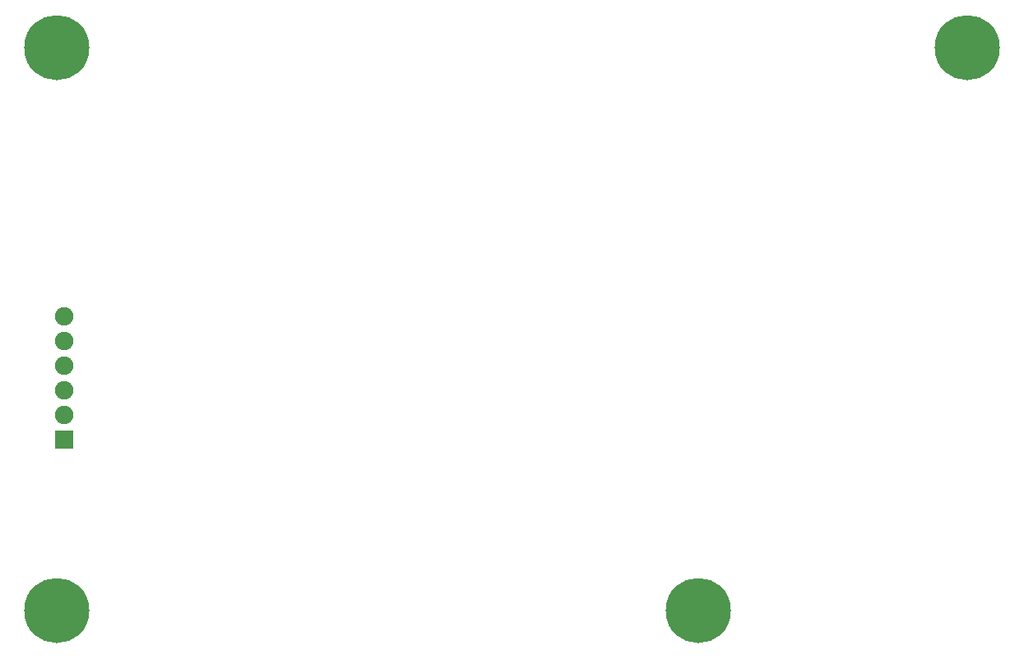
<source format=gbs>
G04 Layer: BottomSolderMaskLayer*
G04 EasyEDA v6.5.46, 2024-09-04 15:22:54*
G04 7e3de0c28ba0407f9a50c99fc0ac79d7,79071ce94af74c669a867ceed4e6d4b3,10*
G04 Gerber Generator version 0.2*
G04 Scale: 100 percent, Rotated: No, Reflected: No *
G04 Dimensions in millimeters *
G04 leading zeros omitted , absolute positions ,4 integer and 5 decimal *
%FSLAX45Y45*%
%MOMM*%

%AMMACRO1*4,1,8,-0.9211,-0.9508,-0.9508,-0.921,-0.9508,0.9211,-0.9211,0.9508,0.921,0.9508,0.9508,0.9211,0.9508,-0.921,0.921,-0.9508,-0.9211,-0.9508,0*%
%ADD10C,1.9016*%
%ADD11MACRO1*%
%ADD12C,6.7032*%

%LPD*%
D10*
G01*
X685800Y3634994D03*
G01*
X685800Y3380994D03*
G01*
X685800Y3126994D03*
G01*
X685800Y2872994D03*
G01*
X685800Y2618994D03*
D11*
G01*
X685800Y2365001D03*
D12*
G01*
X614502Y6399987D03*
G01*
X614502Y599998D03*
G01*
X7213600Y599998D03*
G01*
X9984993Y6399987D03*
M02*

</source>
